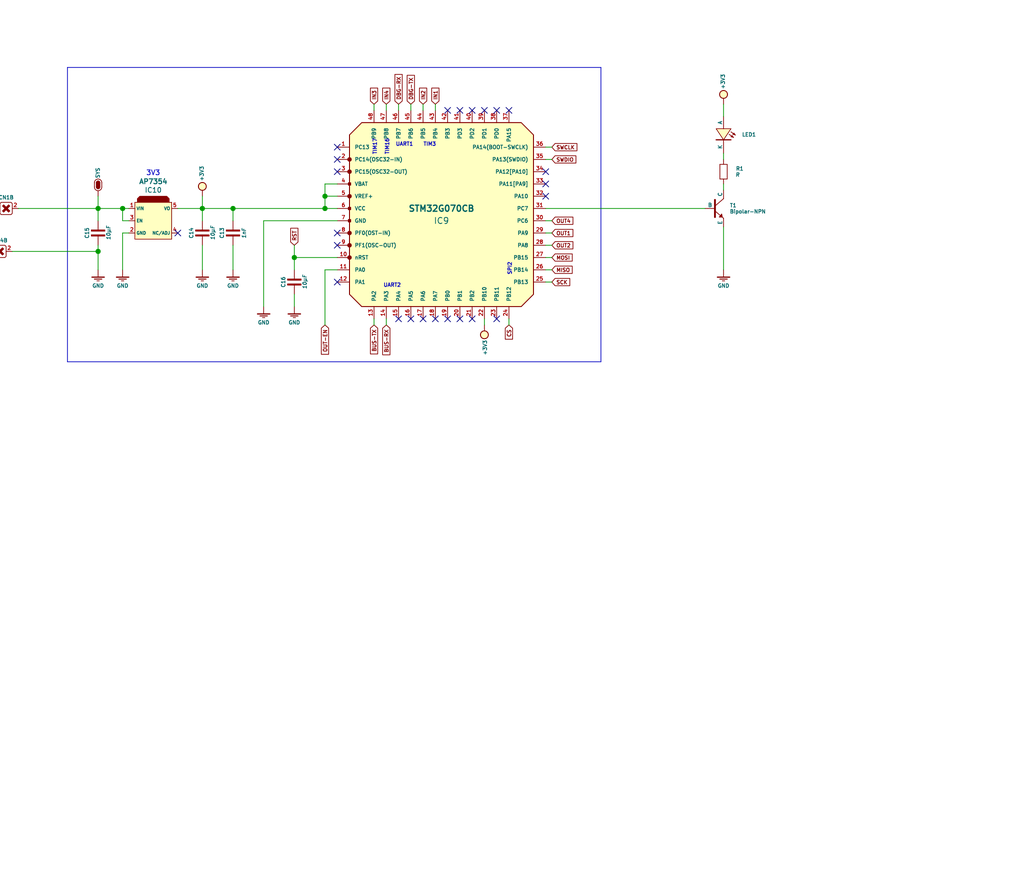
<source format=kicad_sch>
(kicad_sch (version 20230121) (generator eeschema)
  (paper "User" 212.09 181.61)
  (lib_symbols
    (symbol "LDO:AP7354" (pin_names (offset 0.254))
      (property "Reference" "IC" (at 0 6.35 0))
      (property "Value" "AP7354" (at 0 8.128 0))
      (symbol "AP7354_0_1"
        (rectangle (start -3.81 3.81) (end 3.81 -3.81) (fill (type background)))
        (polyline (pts (xy 3.302 3.81) (xy 3.302 4.572) (xy 2.794 5.08) (xy -2.794 5.08) (xy -3.302 4.572) (xy -3.302 3.81)) (stroke (width 0.127)) (fill (type outline)))
      )
      (symbol "AP7354_1_1"
        (pin power_in line (at -5.08 2.54 0) (length 1.27) (name "VIN") (number "1"))
        (pin power_in line (at -5.08 -2.54 0) (length 1.27) (name "GND") (number "2"))
        (pin input line (at -5.08 0 0) (length 1.27) (name "EN") (number "3"))
        (pin passive line (at 5.08 -2.54 180) (length 1.27) (name "NC/ADJ") (number "4"))
        (pin power_out line (at 5.08 2.54 180) (length 1.27) (name "VO") (number "5"))
      )
    )
    (symbol "Microcontroller:STM32G0-LQFP48" (pin_names (offset 1.016))
      (property "Reference" "IC" (at 0 1.27 0))
      (property "Value" "STM32G0-LQFP48" (at 0 3.81 0))
      (symbol "STM32G0-LQFP48_0_1"
        (polyline (pts (xy -13.97 -19.05) (xy -16.51 -19.05) (xy -19.05 -16.51) (xy -19.05 16.51) (xy -16.51 19.05) (xy 16.51 19.05) (xy 19.05 16.51) (xy 19.05 -16.51) (xy 16.51 -19.05) (xy -13.97 -19.05)) (stroke (width 0.2032)) (fill (type background)))
      )
      (symbol "STM32G0-LQFP48_1_1"
        (circle (center -19.05 -8.89) (radius 0.381) (fill (type outline)))
        (circle (center -19.05 -6.35) (radius 0.381) (fill (type outline)))
        (circle (center -19.05 -3.81) (radius 0.381) (fill (type outline)))
        (circle (center -19.05 3.81) (radius 0.381) (fill (type outline)))
        (circle (center -19.05 8.89) (radius 0.381) (fill (type outline)))
        (circle (center -19.05 11.43) (radius 0.381) (fill (type outline)))
        (polyline (pts (xy -19.304 -1.016) (xy -19.304 -1.524) (xy -18.796 -1.524) (xy -18.796 -1.016) (xy -19.304 -1.016)) (fill (type outline)))
        (polyline (pts (xy -19.304 1.524) (xy -19.304 1.016) (xy -18.796 1.016) (xy -18.796 1.524) (xy -19.304 1.524)) (fill (type outline)))
        (polyline (pts (xy -19.304 6.604) (xy -19.304 6.096) (xy -18.796 6.096) (xy -18.796 6.604) (xy -19.304 6.604)) (fill (type outline)))
        (pin bidirectional line (at -21.59 13.97 0) (length 2.54) (name "PC13") (number "1"))
        (pin input line (at -21.59 -8.89 0) (length 2.54) (name "nRST") (number "10"))
        (pin bidirectional line (at -21.59 -11.43 0) (length 2.54) (name "PA0") (number "11"))
        (pin bidirectional line (at -21.59 -13.97 0) (length 2.54) (name "PA1") (number "12"))
        (pin bidirectional line (at -13.97 -21.59 90) (length 2.54) (name "PA2") (number "13"))
        (pin bidirectional line (at -11.43 -21.59 90) (length 2.54) (name "PA3") (number "14"))
        (pin bidirectional line (at -8.89 -21.59 90) (length 2.54) (name "PA4") (number "15"))
        (pin bidirectional line (at -6.35 -21.59 90) (length 2.54) (name "PA5") (number "16"))
        (pin bidirectional line (at -3.81 -21.59 90) (length 2.54) (name "PA6") (number "17"))
        (pin bidirectional line (at -1.27 -21.59 90) (length 2.54) (name "PA7") (number "18"))
        (pin bidirectional line (at 1.27 -21.59 90) (length 2.54) (name "PB0") (number "19"))
        (pin bidirectional line (at -21.59 11.43 0) (length 2.54) (name "PC14(OSC32-IN)") (number "2"))
        (pin bidirectional line (at 3.81 -21.59 90) (length 2.54) (name "PB1") (number "20"))
        (pin bidirectional line (at 6.35 -21.59 90) (length 2.54) (name "PB2") (number "21"))
        (pin bidirectional line (at 8.89 -21.59 90) (length 2.54) (name "PB10") (number "22"))
        (pin bidirectional line (at 11.43 -21.59 90) (length 2.54) (name "PB11") (number "23"))
        (pin bidirectional line (at 13.97 -21.59 90) (length 2.54) (name "PB12") (number "24"))
        (pin bidirectional line (at 21.59 -13.97 180) (length 2.54) (name "PB13") (number "25"))
        (pin bidirectional line (at 21.59 -11.43 180) (length 2.54) (name "PB14") (number "26"))
        (pin bidirectional line (at 21.59 -8.89 180) (length 2.54) (name "PB15") (number "27"))
        (pin bidirectional line (at 21.59 -6.35 180) (length 2.54) (name "PA8") (number "28"))
        (pin bidirectional line (at 21.59 -3.81 180) (length 2.54) (name "PA9") (number "29"))
        (pin bidirectional line (at -21.59 8.89 0) (length 2.54) (name "PC15(OSC32-OUT)") (number "3"))
        (pin bidirectional line (at 21.59 -1.27 180) (length 2.54) (name "PC6") (number "30"))
        (pin bidirectional line (at 21.59 1.27 180) (length 2.54) (name "PC7") (number "31"))
        (pin bidirectional line (at 21.59 3.81 180) (length 2.54) (name "PA10") (number "32"))
        (pin bidirectional line (at 21.59 6.35 180) (length 2.54) (name "PA11[PA9]") (number "33"))
        (pin bidirectional line (at 21.59 8.89 180) (length 2.54) (name "PA12[PA10]") (number "34"))
        (pin bidirectional line (at 21.59 11.43 180) (length 2.54) (name "PA13(SWDIO)") (number "35"))
        (pin bidirectional line (at 21.59 13.97 180) (length 2.54) (name "PA14(BOOT-SWCLK)") (number "36"))
        (pin bidirectional line (at 13.97 21.59 270) (length 2.54) (name "PA15") (number "37"))
        (pin bidirectional line (at 11.43 21.59 270) (length 2.54) (name "PD0") (number "38"))
        (pin bidirectional line (at 8.89 21.59 270) (length 2.54) (name "PD1") (number "39"))
        (pin power_in line (at -21.59 6.35 0) (length 2.54) (name "VBAT") (number "4"))
        (pin bidirectional line (at 6.35 21.59 270) (length 2.54) (name "PD2") (number "40"))
        (pin bidirectional line (at 3.81 21.59 270) (length 2.54) (name "PD3") (number "41"))
        (pin bidirectional line (at 1.27 21.59 270) (length 2.54) (name "PB3") (number "42"))
        (pin bidirectional line (at -1.27 21.59 270) (length 2.54) (name "PB4") (number "43"))
        (pin bidirectional line (at -3.81 21.59 270) (length 2.54) (name "PB5") (number "44"))
        (pin bidirectional line (at -6.35 21.59 270) (length 2.54) (name "PB6") (number "45"))
        (pin bidirectional line (at -8.89 21.59 270) (length 2.54) (name "PB7") (number "46"))
        (pin bidirectional line (at -11.43 21.59 270) (length 2.54) (name "PB8") (number "47"))
        (pin bidirectional line (at -13.97 21.59 270) (length 2.54) (name "PB9") (number "48"))
        (pin input line (at -21.59 3.81 0) (length 2.54) (name "VREF+") (number "5"))
        (pin power_in line (at -21.59 1.27 0) (length 2.54) (name "VCC") (number "6"))
        (pin power_in line (at -21.59 -1.27 0) (length 2.54) (name "GND") (number "7"))
        (pin bidirectional line (at -21.59 -3.81 0) (length 2.54) (name "PF0(OST-IN)") (number "8"))
        (pin bidirectional line (at -21.59 -6.35 0) (length 2.54) (name "PF1(OSC-OUT)") (number "9"))
      )
    )
    (symbol "Opto:LED" (pin_numbers hide) (pin_names (offset 0))
      (property "Reference" "LED" (at 0 3.302 0))
      (symbol "LED_0_1"
        (polyline (pts (xy 0 2.413) (xy -0.635 1.524)))
        (polyline (pts (xy 0.508 2.032) (xy -0.127 1.143)))
        (polyline (pts (xy 1.016 1.524) (xy 1.016 -1.524)) (stroke (width 0.254)))
        (polyline (pts (xy -1.27 1.524) (xy -1.27 -1.524) (xy 1.016 0) (xy -1.27 1.524)) (fill (type background)))
        (polyline (pts (xy 0 2.413) (xy -0.381 2.159) (xy -0.127 1.905) (xy 0 2.413)))
        (polyline (pts (xy 0.508 2.032) (xy 0.127 1.778) (xy 0.381 1.524) (xy 0.508 2.032)))
      )
      (symbol "LED_1_1"
        (pin passive line (at 3.81 0 180) (length 2.667) (name "K") (number "1"))
        (pin passive line (at -3.81 0 0) (length 2.54) (name "A") (number "2"))
      )
    )
    (symbol "RLC:Capacitor" (pin_numbers hide) (pin_names (offset 0) hide)
      (property "Reference" "C" (at 0 2.286 0))
      (property "Value" "Capacitor" (at 0 -2.286 0))
      (symbol "Capacitor_0_1"
        (rectangle (start -0.635 1.397) (end -0.381 -1.397) (fill (type outline)))
        (rectangle (start 0.381 -1.397) (end 0.635 1.397) (fill (type outline)))
      )
      (symbol "Capacitor_1_1"
        (pin passive line (at -2.54 0 0) (length 1.905) (name "1") (number "1"))
        (pin passive line (at 2.54 0 180) (length 1.905) (name "2") (number "2"))
      )
    )
    (symbol "Spice:R" (pin_numbers hide) (pin_names (offset 0) hide)
      (property "Reference" "R" (at 0 1.524 0))
      (property "Value" "R" (at 0 -1.524 0))
      (symbol "R_0_1"
        (rectangle (start -1.524 0.762) (end 1.524 -0.762))
      )
      (symbol "R_1_1"
        (pin passive line (at -2.54 0 0) (length 1.016) (name "1") (number "1"))
        (pin passive line (at 2.54 0 180) (length 1.016) (name "2") (number "2"))
      )
    )
    (symbol "Tag:+3V3" (power) (pin_names (offset 0))
      (property "Value" "+3V3" (at 0 3.175 90))
      (symbol "+3V3_0_1"
        (polyline (pts (xy 0 0) (xy 0 1.143)))
        (circle (center 0 2.032) (radius 0.8128) (stroke (width 0.2032)) (fill (type background)))
      )
      (symbol "+3V3_1_1"
        (pin power_in line (at 0 0 90) (length 0) hide (name "+3V3") (number "1"))
      )
    )
    (symbol "Tag:GND" (power) (pin_names (offset 0))
      (property "Value" "GND" (at 0 2.667 90))
      (symbol "GND_0_1"
        (polyline (pts (xy -1.27 1.524) (xy 1.27 1.524)) (stroke (width 0.254)))
        (polyline (pts (xy -0.762 1.9304) (xy 0.762 1.9304)) (stroke (width 0.2032)))
        (polyline (pts (xy -0.254 2.286) (xy 0.254 2.286)))
        (polyline (pts (xy 0 0) (xy 0 1.524)))
      )
      (symbol "GND_1_1"
        (pin power_in line (at 0 0 90) (length 0) hide (name "GND") (number "1"))
      )
    )
    (symbol "Tag:SYS" (power) (pin_names (offset 0))
      (property "Value" "SYS" (at 0 3.81 90))
      (symbol "SYS_0_1"
        (arc (start -0.762 1.905) (mid 0 1.1463) (end 0.762 1.905))
        (arc (start -0.381 1.905) (mid 0 1.5256) (end 0.381 1.905) (fill (type outline)))
        (rectangle (start -0.381 2.794) (end 0.381 1.905) (fill (type outline)))
        (polyline (pts (xy -0.762 2.794) (xy -0.762 1.905)))
        (polyline (pts (xy 0 0) (xy 0 1.0668)))
        (polyline (pts (xy 0.762 2.794) (xy 0.762 1.905)))
        (arc (start 0.381 2.794) (mid 0 3.1734) (end -0.381 2.794) (fill (type outline)))
        (arc (start 0.762 2.794) (mid 0 3.5527) (end -0.762 2.794))
      )
      (symbol "SYS_1_1"
        (pin power_in line (at 0 0 90) (length 0) hide (name "SYS") (number "1"))
      )
    )
    (symbol "Terminal:6" (pin_names (offset 0) hide)
      (property "Reference" "CN" (at 0 4.826 0))
      (symbol "6_0_1"
        (polyline (pts (xy 0 1.27) (xy -1.016 1.27) (xy -1.27 1.524) (xy -1.27 3.556) (xy -1.016 3.81) (xy 1.016 3.81) (xy 1.27 3.556) (xy 1.27 1.524) (xy 1.016 1.27) (xy 0 1.27)))
        (polyline (pts (xy -0.508 1.778) (xy -0.762 2.032) (xy -0.254 2.54) (xy -0.762 3.048) (xy -0.508 3.302) (xy 0 2.794) (xy 0.508 3.302) (xy 0.762 3.048) (xy 0.254 2.54) (xy 0.762 2.032) (xy 0.508 1.778) (xy 0 2.286) (xy -0.508 1.778)) (fill (type outline)))
      )
      (symbol "6_1_1"
        (pin passive line (at 0 0 90) (length 1.27) (name "CN") (number "1"))
      )
      (symbol "6_2_1"
        (pin passive line (at 0 0 90) (length 1.27) (name "CN") (number "2"))
      )
      (symbol "6_3_1"
        (pin passive line (at 0 0 90) (length 1.27) (name "CN") (number "3"))
      )
      (symbol "6_4_1"
        (pin passive line (at 0 0 90) (length 1.27) (name "CN") (number "4"))
      )
      (symbol "6_5_1"
        (pin passive line (at 0 0 90) (length 1.27) (name "CN") (number "5"))
      )
      (symbol "6_6_1"
        (pin passive line (at 0 0 90) (length 1.27) (name "CN") (number "6"))
      )
    )
    (symbol "Transistor:Bipolar-NPN" (pin_numbers hide) (pin_names (offset 0))
      (property "Reference" "T" (at 1.524 0.762 0))
      (property "Value" "Bipolar-NPN" (at 1.524 -0.762 0))
      (symbol "Bipolar-NPN_0_1"
        (polyline (pts (xy -0.508 1.778) (xy -0.508 -1.778)) (stroke (width 0.381)))
        (polyline (pts (xy 1.27 -2.032) (xy -0.508 -0.508)))
        (polyline (pts (xy 1.27 2.032) (xy -0.508 0.508)))
        (polyline (pts (xy 1.016 -1.778) (xy 0.889 -1.143) (xy 0.381 -1.778) (xy 1.016 -1.778)) (fill (type outline)))
      )
      (symbol "Bipolar-NPN_1_1"
        (pin passive line (at -2.54 0 0) (length 2.032) (name "B") (number "1"))
        (pin passive line (at 1.27 3.81 270) (length 1.778) (name "C") (number "2"))
        (pin passive line (at 1.27 -3.81 90) (length 1.778) (name "E") (number "3"))
      )
    )
  )
  (junction (at 67.31 40.64))
  (junction (at 20.32 43.18))
  (junction (at 48.26 43.18))
  (junction (at 41.91 43.18))
  (junction (at 67.31 43.18))
  (junction (at 20.32 52.07))
  (junction (at 25.4 43.18))
  (junction (at 60.96 53.34))
  (no_connect (at 87.63 66.04))
  (no_connect (at 92.71 22.86))
  (no_connect (at 95.25 22.86))
  (no_connect (at 85.09 66.04))
  (no_connect (at 36.83 48.26))
  (no_connect (at 69.85 48.26))
  (no_connect (at 97.79 22.86))
  (no_connect (at 90.17 66.04))
  (no_connect (at 82.55 66.04))
  (no_connect (at 113.03 38.1))
  (no_connect (at 105.41 22.86))
  (no_connect (at 69.85 50.8))
  (no_connect (at 113.03 35.56))
  (no_connect (at 102.87 22.86))
  (no_connect (at 69.85 33.02))
  (no_connect (at 100.33 22.86))
  (no_connect (at 69.85 30.48))
  (no_connect (at 69.85 58.42))
  (no_connect (at 113.03 40.64))
  (no_connect (at 95.25 66.04))
  (no_connect (at 92.71 66.04))
  (no_connect (at 69.85 35.56))
  (no_connect (at 102.87 66.04))
  (no_connect (at 97.79 66.04))
  (wire (pts (xy 67.31 43.18) (xy 69.85 43.18)))
  (wire (pts (xy 90.17 22.86) (xy 90.17 21.59)))
  (wire (pts (xy 113.03 53.34) (xy 114.3 53.34)))
  (wire (pts (xy 69.85 38.1) (xy 67.31 38.1)))
  (wire (pts (xy 26.67 48.26) (xy 25.4 48.26)))
  (wire (pts (xy 105.41 66.04) (xy 105.41 67.31)))
  (wire (pts (xy 54.61 45.72) (xy 69.85 45.72)))
  (wire (pts (xy 114.3 58.42) (xy 113.03 58.42)))
  (wire (pts (xy 67.31 40.64) (xy 67.31 43.18)))
  (wire (pts (xy 100.33 66.04) (xy 100.33 67.31)))
  (wire (pts (xy 36.83 43.18) (xy 41.91 43.18)))
  (polyline (pts (xy 124.46 13.97) (xy 13.97 13.97)))
  (wire (pts (xy 20.32 45.72) (xy 20.32 43.18)))
  (wire (pts (xy 113.03 45.72) (xy 114.3 45.72)))
  (wire (pts (xy 3.81 43.18) (xy 20.32 43.18)))
  (wire (pts (xy 113.03 55.88) (xy 114.3 55.88)))
  (wire (pts (xy 82.55 22.86) (xy 82.55 21.59)))
  (wire (pts (xy 20.32 50.8) (xy 20.32 52.07)))
  (wire (pts (xy 60.96 50.8) (xy 60.96 53.34)))
  (wire (pts (xy 25.4 43.18) (xy 26.67 43.18)))
  (wire (pts (xy 113.03 50.8) (xy 114.3 50.8)))
  (wire (pts (xy 149.86 46.99) (xy 149.86 55.88)))
  (polyline (pts (xy 13.97 74.93) (xy 124.46 74.93)))
  (wire (pts (xy 85.09 22.86) (xy 85.09 21.59)))
  (wire (pts (xy 60.96 53.34) (xy 60.96 55.88)))
  (polyline (pts (xy 124.46 74.93) (xy 124.46 13.97)))
  (wire (pts (xy 60.96 63.5) (xy 60.96 60.96)))
  (wire (pts (xy 41.91 50.8) (xy 41.91 55.88)))
  (wire (pts (xy 54.61 45.72) (xy 54.61 63.5)))
  (wire (pts (xy 80.01 66.04) (xy 80.01 67.31)))
  (wire (pts (xy 114.3 33.02) (xy 113.03 33.02)))
  (wire (pts (xy 20.32 52.07) (xy 20.32 55.88)))
  (wire (pts (xy 77.47 67.31) (xy 77.47 66.04)))
  (wire (pts (xy 67.31 38.1) (xy 67.31 40.64)))
  (wire (pts (xy 113.03 30.48) (xy 114.3 30.48)))
  (wire (pts (xy 41.91 40.64) (xy 41.91 43.18)))
  (wire (pts (xy 67.31 55.88) (xy 67.31 67.31)))
  (wire (pts (xy 69.85 55.88) (xy 67.31 55.88)))
  (wire (pts (xy 48.26 43.18) (xy 48.26 45.72)))
  (wire (pts (xy 149.86 38.1) (xy 149.86 39.37)))
  (wire (pts (xy 41.91 43.18) (xy 41.91 45.72)))
  (wire (pts (xy 2.54 52.07) (xy 20.32 52.07)))
  (wire (pts (xy 113.03 43.18) (xy 146.05 43.18)))
  (wire (pts (xy 69.85 40.64) (xy 67.31 40.64)))
  (wire (pts (xy 113.03 48.26) (xy 114.3 48.26)))
  (wire (pts (xy 26.67 45.72) (xy 25.4 45.72)))
  (wire (pts (xy 87.63 22.86) (xy 87.63 21.59)))
  (wire (pts (xy 149.86 31.75) (xy 149.86 33.02)))
  (wire (pts (xy 69.85 53.34) (xy 60.96 53.34)))
  (wire (pts (xy 80.01 22.86) (xy 80.01 21.59)))
  (wire (pts (xy 77.47 22.86) (xy 77.47 21.59)))
  (wire (pts (xy 20.32 43.18) (xy 25.4 43.18)))
  (wire (pts (xy 149.86 21.59) (xy 149.86 24.13)))
  (polyline (pts (xy 13.97 13.97) (xy 13.97 74.93)))
  (wire (pts (xy 48.26 55.88) (xy 48.26 50.8)))
  (wire (pts (xy 41.91 43.18) (xy 48.26 43.18)))
  (wire (pts (xy 20.32 40.64) (xy 20.32 43.18)))
  (wire (pts (xy 48.26 43.18) (xy 67.31 43.18)))
  (wire (pts (xy 25.4 48.26) (xy 25.4 55.88)))
  (wire (pts (xy 25.4 45.72) (xy 25.4 43.18)))
  (text "SPI2" (at 106.045 57.15 90) (effects (font (size 0.762 0.762)) (justify left bottom)))
  (text "TIM3" (at 87.63 30.48 0) (effects (font (size 0.762 0.762)) (justify left bottom)))
  (text "3V3" (at 30.226 36.576 0) (effects (font (size 1.016 1.016)) (justify left bottom)))
  (text "UART2" (at 79.375 59.69 0) (effects (font (size 0.762 0.762)) (justify left bottom)))
  (text "TIM16" (at 80.645 32.258 90) (effects (font (size 0.762 0.762)) (justify left bottom)))
  (text "UART1" (at 81.915 30.48 0) (effects (font (size 0.762 0.762)) (justify left bottom)))
  (text "TIM17" (at 78.105 32.258 90) (effects (font (size 0.762 0.762)) (justify left bottom)))
  (global_label "OUT2" (shape input) (at 114.3 50.8 0) (effects (font (size 0.762 0.762))) (property "Intersheetrefs" "${INTERSHEET_REFS}" (effects hide)))
  (global_label "OUT-EN" (shape input) (at 67.31 67.31 270) (effects (font (size 0.762 0.762))) (property "Intersheetrefs" "${INTERSHEET_REFS}" (effects hide)))
  (global_label "IN3" (shape input) (at 77.47 21.59 90) (effects (font (size 0.762 0.762))) (property "Intersheetrefs" "${INTERSHEET_REFS}" (effects hide)))
  (global_label "IN2" (shape input) (at 87.63 21.59 90) (effects (font (size 0.762 0.762))) (property "Intersheetrefs" "${INTERSHEET_REFS}" (effects hide)))
  (global_label "MISO" (shape input) (at 114.3 55.88 0) (effects (font (size 0.762 0.762))) (property "Intersheetrefs" "${INTERSHEET_REFS}" (effects hide)))
  (global_label "OUT4" (shape input) (at 114.3 45.72 0) (effects (font (size 0.762 0.762))) (property "Intersheetrefs" "${INTERSHEET_REFS}" (effects hide)))
  (global_label "BUS-RX" (shape input) (at 80.01 67.31 270) (effects (font (size 0.762 0.762))) (property "Intersheetrefs" "${INTERSHEET_REFS}" (effects hide)))
  (global_label "SWDIO" (shape input) (at 114.3 33.02 0) (effects (font (size 0.762 0.762))) (property "Intersheetrefs" "${INTERSHEET_REFS}" (effects hide)))
  (global_label "IN1" (shape input) (at 90.17 21.59 90) (effects (font (size 0.762 0.762))) (property "Intersheetrefs" "${INTERSHEET_REFS}" (effects hide)))
  (global_label "SCK" (shape input) (at 114.3 58.42 0) (effects (font (size 0.762 0.762))) (property "Intersheetrefs" "${INTERSHEET_REFS}" (effects hide)))
  (global_label "DBG-RX" (shape input) (at 82.55 21.59 90) (effects (font (size 0.762 0.762))) (property "Intersheetrefs" "${INTERSHEET_REFS}" (effects hide)))
  (global_label "OUT1" (shape input) (at 114.3 48.26 0) (effects (font (size 0.762 0.762))) (property "Intersheetrefs" "${INTERSHEET_REFS}" (effects hide)))
  (global_label "RST" (shape input) (at 60.96 50.8 90) (effects (font (size 0.762 0.762))) (property "Intersheetrefs" "${INTERSHEET_REFS}" (effects hide)))
  (global_label "MOSI" (shape input) (at 114.3 53.34 0) (effects (font (size 0.762 0.762))) (property "Intersheetrefs" "${INTERSHEET_REFS}" (effects hide)))
  (global_label "SWCLK" (shape input) (at 114.3 30.48 0) (effects (font (size 0.762 0.762))) (property "Intersheetrefs" "${INTERSHEET_REFS}" (effects hide)))
  (global_label "CS" (shape input) (at 105.41 67.31 270) (effects (font (size 0.762 0.762))) (property "Intersheetrefs" "${INTERSHEET_REFS}" (effects hide)))
  (global_label "IN4" (shape input) (at 80.01 21.59 90) (effects (font (size 0.762 0.762))) (property "Intersheetrefs" "${INTERSHEET_REFS}" (effects hide)))
  (global_label "DBG-TX" (shape input) (at 85.09 21.59 90) (effects (font (size 0.762 0.762))) (property "Intersheetrefs" "${INTERSHEET_REFS}" (effects hide)))
  (global_label "BUS-TX" (shape input) (at 77.47 67.31 270) (effects (font (size 0.762 0.762))) (property "Intersheetrefs" "${INTERSHEET_REFS}" (effects hide)))
  (symbol (lib_id "Microcontroller:STM32G0-LQFP48") (at 91.44 44.45 0) (unit 1)
    (property "Reference" "IC9" (at 91.44 45.72 0))
    (property "Value" "STM32G070CB" (at 91.44 43.18 0) (effects (font bold)))
    (property "Footprint" "QFP:LQFP48-7x7" (effects hide))
    (property "Datasheet" "http://sqrt.pl/datasheet/STM32G070x{8,B}.pdf" (effects hide))
    (property "Manufacturer" "ST Microelectronics" (effects hide))
    (property "Code" "STM32G070CBT6" (effects hide))
    (property "Supplier" "Mouser" (effects hide))
    (property "Description" "Microcontroller; Flash:128kB; RAM:36kB;" (effects hide))
  )
  (symbol (lib_id "Tag:+3V3") (at 41.91 40.64 0) (unit 1)
    (property "Reference" "#PWR0134" (effects hide))
    (property "Value" "+3V3" (at 41.783 35.941 90) (effects (font (size 0.762 0.762))))
  )
  (symbol (lib_id "RLC:Capacitor") (at 20.32 48.26 90) (unit 1)
    (property "Reference" "C15" (at 18.034 48.26 0) (effects (font (size 0.762 0.762))))
    (property "Value" "10µF" (at 22.479 48.26 0) (effects (font (size 0.762 0.762) italic)))
    (property "Footprint" "Capacitor-SMD:0603" (effects hide))
    (property "Datasheet" "-" (effects hide))
    (property "Manufacturer" "Würth Elektronik" (effects hide))
    (property "Code" "885012106006" (effects hide))
    (property "Supplier" "Würth Elektronik" (effects hide))
    (property "Description" "Ceramic Capacitor; 6.3V; X5R; ±20%;" (effects hide))
  )
  (symbol (lib_id "RLC:Capacitor") (at 41.91 48.26 90) (unit 1)
    (property "Reference" "C14" (at 39.624 48.26 0) (effects (font (size 0.762 0.762))))
    (property "Value" "10µF" (at 44.069 48.26 0) (effects (font (size 0.762 0.762) italic)))
    (property "Footprint" "Capacitor-SMD:0603" (effects hide))
    (property "Datasheet" "-" (effects hide))
    (property "Manufacturer" "Würth Elektronik" (effects hide))
    (property "Code" "885012106006" (effects hide))
    (property "Supplier" "Würth Elektronik" (effects hide))
    (property "Description" "Ceramic Capacitor; 6.3V; X5R; ±20%;" (effects hide))
  )
  (symbol (lib_id "RLC:Capacitor") (at 48.26 48.26 270) (unit 1)
    (property "Reference" "C13" (at 45.974 48.26 0) (effects (font (size 0.762 0.762))))
    (property "Value" "1nF" (at 50.546 48.26 0) (effects (font (size 0.762 0.762) italic)))
    (property "Footprint" "Capacitor-SMD:0603" (effects hide))
    (property "Datasheet" "-" (effects hide))
    (property "Manufacturer" "Würth Elektronik" (effects hide))
    (property "Code" "885012006063" (effects hide))
    (property "Supplier" "Würth Elektronik" (effects hide))
    (property "Description" "Ceramic Capacitor; 50V; NP0; ±5%;" (effects hide))
  )
  (symbol (lib_id "Tag:GND") (at 54.61 63.5 180) (unit 1)
    (property "Reference" "#PWR0112" (effects hide))
    (property "Value" "GND" (at 54.61 66.802 0) (effects (font (size 0.762 0.762))))
  )
  (symbol (lib_id "Terminal:6") (at 3.81 43.18 90) (unit 2)
    (property "Reference" "CN1" (at 1.27 40.894 90) (effects (font (size 0.762 0.762))))
    (property "Value" "6-Pin" (effects hide))
    (property "Footprint" "WR-TBL-5.00mm:Horizontal-2427-06" (effects hide))
    (property "Datasheet" "-" (effects hide))
    (property "Manufacturer" "Würth Elektronik" (effects hide))
    (property "Code" "691242710006" (effects hide))
    (property "Supplier" "Würth Elektronik" (effects hide))
    (property "Description" "Terminal; 5.0mm;" (effects hide))
  )
  (symbol (lib_id "LDO:AP7354") (at 31.75 45.72 0) (unit 1)
    (property "Reference" "IC10" (at 31.75 39.37 0) (effects (font (size 1.016 1.016))))
    (property "Value" "AP7354" (at 31.75 37.592 0) (effects (font (size 1.016 1.016) bold)))
    (property "Footprint" "SOT-SMD:SOT23-5" (effects hide))
    (property "Datasheet" "http://sqrt.pl/datasheet/AP7354.pdf" (effects hide))
    (property "Manufacturer" "Diodes Incorporated" (effects hide))
    (property "Code" "AP7354-33W5-7" (effects hide))
    (property "Supplier" "Mouser" (effects hide))
    (property "Description" "Converter LDO; Imax:150mA; Vin:5.5V; Iq:0.25µA;" (effects hide))
  )
  (symbol (lib_id "RLC:Capacitor") (at 60.96 58.42 90) (unit 1)
    (property "Reference" "C16" (at 58.674 58.42 0) (effects (font (size 0.762 0.762))))
    (property "Value" "10µF" (at 63.119 58.42 0) (effects (font (size 0.762 0.762) italic)))
    (property "Footprint" "Capacitor-SMD:0603" (effects hide))
    (property "Datasheet" "-" (effects hide))
    (property "Manufacturer" "Würth Elektronik" (effects hide))
    (property "Code" "885012106006" (effects hide))
    (property "Supplier" "Würth Elektronik" (effects hide))
    (property "Description" "Ceramic Capacitor; 6.3V; X5R; ±20%;" (effects hide))
  )
  (symbol (lib_id "Tag:GND") (at 60.96 63.5 180) (unit 1)
    (property "Reference" "#PWR0141" (effects hide))
    (property "Value" "GND" (at 60.96 66.802 0) (effects (font (size 0.762 0.762))))
  )
  (symbol (lib_id "Tag:GND") (at 48.26 55.88 180) (unit 1)
    (property "Reference" "#PWR0142" (effects hide))
    (property "Value" "GND" (at 48.26 59.182 0) (effects (font (size 0.762 0.762))))
  )
  (symbol (lib_id "Tag:GND") (at 41.91 55.88 180) (unit 1)
    (property "Reference" "#PWR0143" (effects hide))
    (property "Value" "GND" (at 41.91 59.182 0) (effects (font (size 0.762 0.762))))
  )
  (symbol (lib_id "Tag:GND") (at 25.4 55.88 180) (unit 1)
    (property "Reference" "#PWR0144" (effects hide))
    (property "Value" "GND" (at 25.4 59.182 0) (effects (font (size 0.762 0.762))))
  )
  (symbol (lib_id "Tag:GND") (at 20.32 55.88 180) (unit 1)
    (property "Reference" "#PWR0145" (effects hide))
    (property "Value" "GND" (at 20.32 59.182 0) (effects (font (size 0.762 0.762))))
  )
  (symbol (lib_id "Tag:+3V3") (at 100.33 67.31 180) (unit 1)
    (property "Reference" "#PWR0148" (effects hide))
    (property "Value" "+3V3" (at 100.457 72.009 90) (effects (font (size 0.762 0.762))))
  )
  (symbol (lib_id "Tag:SYS") (at 20.32 40.64 0) (unit 1)
    (property "Reference" "#PWR0109" (effects hide))
    (property "Value" "SYS" (at 20.2692 35.814 90) (effects (font (size 0.762 0.762))))
  )
  (symbol (lib_id "Tag:+3V3") (at 149.86 21.59 0) (unit 1)
    (property "Reference" "#PWR01" (effects hide))
    (property "Value" "+3V3" (at 149.733 16.891 90) (effects (font (size 0.762 0.762))))
  )
  (symbol (lib_id "Terminal:6") (at 2.54 52.07 90) (unit 2)
    (property "Reference" "CN4" (at 0 49.784 90) (effects (font (size 0.762 0.762))))
    (property "Value" "6-Pin" (effects hide))
    (property "Footprint" "WR-TBL-5.00mm:Horizontal-2427-06" (effects hide))
    (property "Datasheet" "-" (effects hide))
    (property "Manufacturer" "Würth Elektronik" (effects hide))
    (property "Code" "691242710006" (effects hide))
    (property "Supplier" "Würth Elektronik" (effects hide))
    (property "Description" "Terminal; 5.0mm;" (effects hide))
  )
  (symbol (lib_id "Tag:GND") (at 149.86 55.88 180) (unit 1)
    (property "Reference" "#PWR02" (effects hide))
    (property "Value" "GND" (at 149.86 59.182 0) (effects (font (size 0.762 0.762))))
  )
  (symbol (lib_id "Spice:R") (at 149.86 35.56 90) (unit 1)
    (property "Reference" "R1" (at 152.4 34.9249 90) (effects (font (size 0.762 0.762)) (justify right)))
    (property "Value" "R" (at 152.4 36.1949 90) (effects (font (size 0.762 0.762) italic) (justify right)))
  )
  (symbol (lib_id "Opto:LED") (at 149.86 27.94 270) (unit 1)
    (property "Reference" "LED1" (at 153.67 27.8764 90) (effects (font (size 0.762 0.762)) (justify left)))
    (property "Value" "LED" (effects hide))
    (property "Footprint" "LED:0603" (effects hide))
    (property "Datasheet" "https://www.we-online.com/catalog/datasheet/150060GS75000.pdf" (effects hide))
    (property "Manufacturer" "Würth Elektronik" (effects hide))
    (property "Code" "150060GS75000" (effects hide))
    (property "Supplier" "Würth Elektronik" (effects hide))
    (property "Description" "WL-SMCW SMT Mono-color Chip LED Waterclear; Green;" (effects hide))
  )
  (symbol (lib_id "Transistor:Bipolar-NPN") (at 148.59 43.18 0) (unit 1)
    (property "Reference" "T1" (at 151.13 42.5449 0) (effects (font (size 0.762 0.762)) (justify left)))
    (property "Value" "Bipolar-NPN" (at 151.13 43.8149 0) (effects (font (size 0.762 0.762)) (justify left)))
    (property "Datasheet" "-" (effects hide))
    (property "Manufacturer" "Diodes Incorporated" (effects hide))
    (property "Code" "MMBT3904" (effects hide))
    (property "Supplier" "TME" (effects hide))
    (property "Description" "40V; 200mA; 300mW;" (effects hide))
  )
)
</source>
